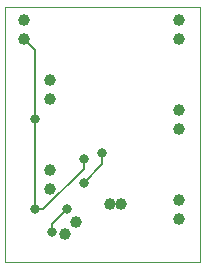
<source format=gbl>
G75*
%MOIN*%
%OFA0B0*%
%FSLAX24Y24*%
%IPPOS*%
%LPD*%
%AMOC8*
5,1,8,0,0,1.08239X$1,22.5*
%
%ADD10C,0.0000*%
%ADD11C,0.0397*%
%ADD12C,0.0317*%
%ADD13C,0.0060*%
D10*
X002517Y002517D02*
X002517Y011017D01*
X009017Y011017D01*
X009017Y002517D01*
X002517Y002517D01*
D11*
X004517Y003454D03*
X004892Y003829D03*
X004017Y004954D03*
X004017Y005579D03*
X006017Y004454D03*
X006392Y004454D03*
X008329Y004579D03*
X008329Y003954D03*
X008329Y006954D03*
X008329Y007579D03*
X008329Y009954D03*
X008329Y010579D03*
X004017Y008579D03*
X004017Y007954D03*
X003142Y009954D03*
X003142Y010579D03*
D12*
X003517Y007267D03*
X005142Y005954D03*
X005767Y006142D03*
X005142Y005142D03*
X004579Y004267D03*
X004079Y003517D03*
X003517Y004267D03*
D13*
X003791Y004267D01*
X005142Y005618D01*
X005142Y005954D01*
X005767Y005767D02*
X005767Y006142D01*
X005767Y005767D02*
X005142Y005142D01*
X004579Y004267D02*
X004079Y003767D01*
X004079Y003517D01*
X003517Y004267D02*
X003517Y007267D01*
X003517Y009579D01*
X003142Y009954D01*
M02*

</source>
